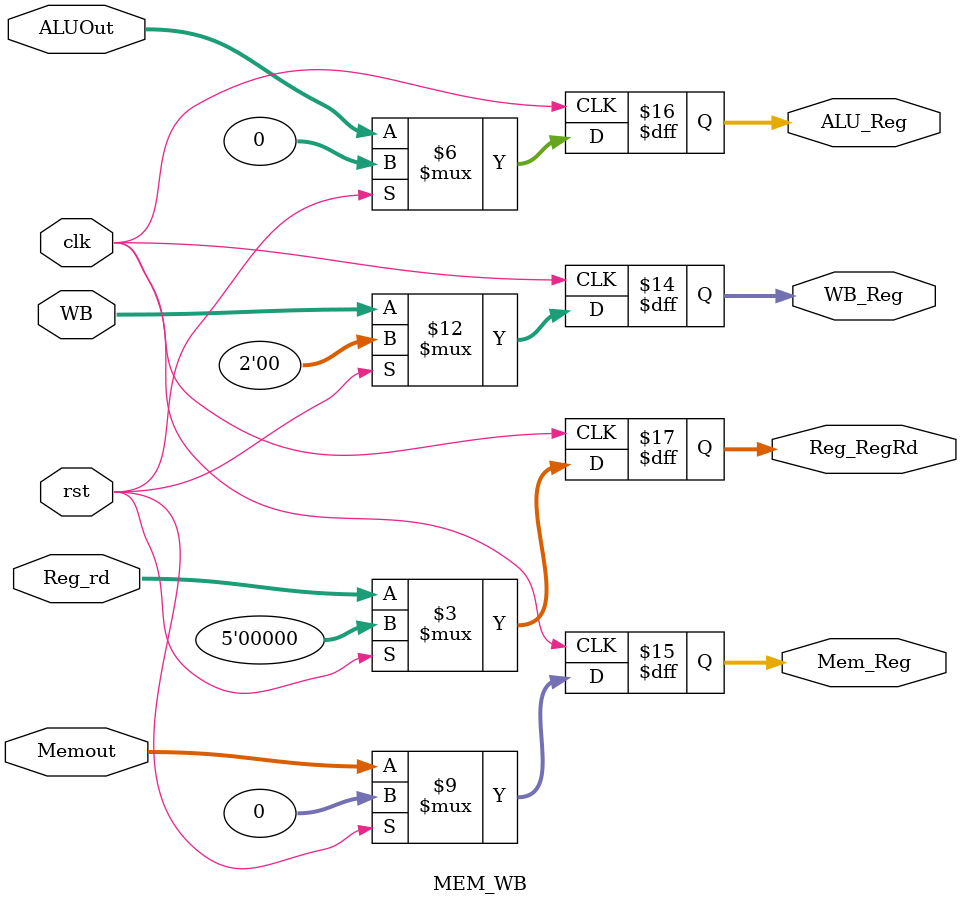
<source format=v>
module MEM_WB( clk, rst, WB,     Memout,  ALUOut,  Reg_rd, 
					     WB_Reg, Mem_Reg, ALU_Reg, Reg_RegRd );

	input clk, rst;
	input [1:0] WB;
	input [4:0] Reg_rd;
	input [31:0] Memout, ALUOut;
	output reg [1:0] WB_Reg;
	output reg [31:0] Mem_Reg, ALU_Reg;
	output reg [4:0] Reg_RegRd;

	always@( posedge clk )
	begin
		if ( rst )
		begin
			WB_Reg = 0;
			Mem_Reg = 0;
			ALU_Reg = 0;
			Reg_RegRd = 0;
		end
		else
		begin
			WB_Reg <= WB;
			Mem_Reg <= Memout;
			ALU_Reg <= ALUOut;
			Reg_RegRd <= Reg_rd;		
		end
	end

endmodule
</source>
